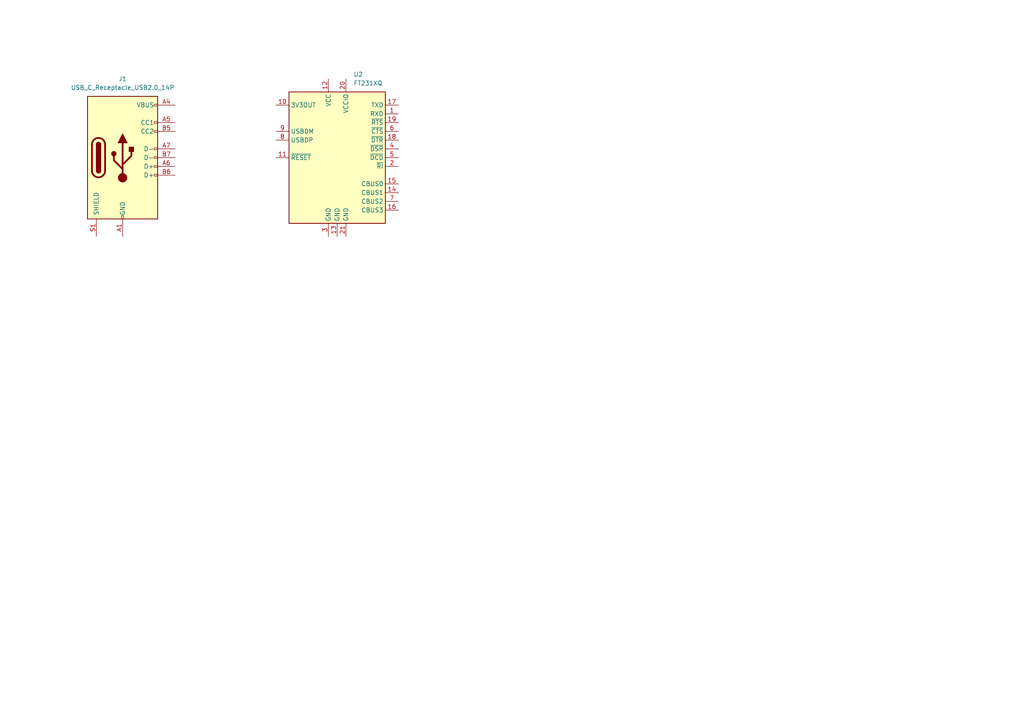
<source format=kicad_sch>
(kicad_sch (version 20231120) (generator "eeschema") (generator_version "8.0")
  (paper "A4")
  (title_block (title "IO (carte-io)") (date "2024-10-09") (rev "1.0") (company "INSA - GEI"))
  (lib_symbols
    (symbol "Connector:USB_C_Receptacle_USB2.0_14P" (pin_names (offset 1.016))
      (property "Reference" "J" (at 0 22.225 0))
      (property "Value" "USB_C_Receptacle_USB2.0_14P" (at 0 19.685 0))
      (symbol "USB_C_Receptacle_USB2.0_14P_0_0"
        (rectangle (start -0.254 -17.78) (end 0.254 -16.764))
        (rectangle (start 10.16 -4.826) (end 9.144 -5.334))
        (rectangle (start 10.16 -2.286) (end 9.144 -2.794))
        (rectangle (start 10.16 0.254) (end 9.144 -0.254))
        (rectangle (start 10.16 2.794) (end 9.144 2.286))
        (rectangle (start 10.16 7.874) (end 9.144 7.366))
        (rectangle (start 10.16 10.414) (end 9.144 9.906))
        (rectangle (start 10.16 15.494) (end 9.144 14.986))
      )
      (symbol "USB_C_Receptacle_USB2.0_14P_0_1"
        (rectangle (start -10.16 17.78) (end 10.16 -17.78) (stroke (width 0.254)) (fill (type background)))
        (arc (start -8.89 -3.81) (mid -6.985 -5.7067) (end -5.08 -3.81) (stroke (width 0.508)))
        (arc (start -7.62 -3.81) (mid -6.985 -4.4423) (end -6.35 -3.81) (stroke (width 0.254)))
        (arc (start -7.62 -3.81) (mid -6.985 -4.4423) (end -6.35 -3.81) (stroke (width 0.254)) (fill (type outline)))
        (rectangle (start -7.62 -3.81) (end -6.35 3.81) (stroke (width 0.254)) (fill (type outline)))
        (arc (start -6.35 3.81) (mid -6.985 4.4423) (end -7.62 3.81) (stroke (width 0.254)))
        (arc (start -6.35 3.81) (mid -6.985 4.4423) (end -7.62 3.81) (stroke (width 0.254)) (fill (type outline)))
        (arc (start -5.08 3.81) (mid -6.985 5.7067) (end -8.89 3.81) (stroke (width 0.508)))
        (circle (center -2.54 1.143) (radius 0.635) (stroke (width 0.254)) (fill (type outline)))
        (circle (center 0 -5.842) (radius 1.27) (fill (type outline)))
        (polyline (pts (xy -8.89 -3.81) (xy -8.89 3.81)) (stroke (width 0.508)))
        (polyline (pts (xy -5.08 3.81) (xy -5.08 -3.81)) (stroke (width 0.508)))
        (polyline (pts (xy 0 -5.842) (xy 0 4.318)) (stroke (width 0.508)))
        (polyline (pts (xy 0 -3.302) (xy -2.54 -0.762) (xy -2.54 0.508)) (stroke (width 0.508)))
        (polyline (pts (xy 0 -2.032) (xy 2.54 0.508) (xy 2.54 1.778)) (stroke (width 0.508)))
        (polyline (pts (xy -1.27 4.318) (xy 0 6.858) (xy 1.27 4.318) (xy -1.27 4.318)) (stroke (width 0.254)) (fill (type outline)))
        (rectangle (start 1.905 1.778) (end 3.175 3.048) (stroke (width 0.254)) (fill (type outline)))
      )
      (symbol "USB_C_Receptacle_USB2.0_14P_1_1"
        (pin passive line (at 0 -22.86 90) (length 5.08) (name "GND") (number "A1"))
        (pin passive line (at 0 -22.86 90) (length 5.08) hide (name "GND") (number "A12"))
        (pin passive line (at 15.24 15.24 180) (length 5.08) (name "VBUS") (number "A4"))
        (pin bidirectional line (at 15.24 10.16 180) (length 5.08) (name "CC1") (number "A5"))
        (pin bidirectional line (at 15.24 -2.54 180) (length 5.08) (name "D+") (number "A6"))
        (pin bidirectional line (at 15.24 2.54 180) (length 5.08) (name "D-") (number "A7"))
        (pin passive line (at 15.24 15.24 180) (length 5.08) hide (name "VBUS") (number "A9"))
        (pin passive line (at 0 -22.86 90) (length 5.08) hide (name "GND") (number "B1"))
        (pin passive line (at 0 -22.86 90) (length 5.08) hide (name "GND") (number "B12"))
        (pin passive line (at 15.24 15.24 180) (length 5.08) hide (name "VBUS") (number "B4"))
        (pin bidirectional line (at 15.24 7.62 180) (length 5.08) (name "CC2") (number "B5"))
        (pin bidirectional line (at 15.24 -5.08 180) (length 5.08) (name "D+") (number "B6"))
        (pin bidirectional line (at 15.24 0 180) (length 5.08) (name "D-") (number "B7"))
        (pin passive line (at 15.24 15.24 180) (length 5.08) hide (name "VBUS") (number "B9"))
        (pin passive line (at -7.62 -22.86 90) (length 5.08) (name "SHIELD") (number "S1"))
      )
    )
    (symbol "Interface_USB:FT231XQ"
      (property "Reference" "U" (at -13.97 20.32 0))
      (property "Value" "FT231XQ" (at 6.35 20.32 0))
      (symbol "FT231XQ_0_1"
        (rectangle (start -13.97 19.05) (end 13.97 -19.05) (stroke (width 0.254)) (fill (type background)))
      )
      (symbol "FT231XQ_1_1"
        (pin input line (at 17.78 12.7 180) (length 3.81) (name "RXD") (number "1"))
        (pin power_out line (at -17.78 15.24 0) (length 3.81) (name "3V3OUT") (number "10"))
        (pin input line (at -17.78 0 0) (length 3.81) (name "~{RESET}") (number "11"))
        (pin power_in line (at -2.54 22.86 270) (length 3.81) (name "VCC") (number "12"))
        (pin power_in line (at 0 -22.86 90) (length 3.81) (name "GND") (number "13"))
        (pin bidirectional line (at 17.78 -10.16 180) (length 3.81) (name "CBUS1") (number "14"))
        (pin bidirectional line (at 17.78 -7.62 180) (length 3.81) (name "CBUS0") (number "15"))
        (pin bidirectional line (at 17.78 -15.24 180) (length 3.81) (name "CBUS3") (number "16"))
        (pin output line (at 17.78 15.24 180) (length 3.81) (name "TXD") (number "17"))
        (pin output line (at 17.78 5.08 180) (length 3.81) (name "~{DTR}") (number "18"))
        (pin output line (at 17.78 10.16 180) (length 3.81) (name "~{RTS}") (number "19"))
        (pin input line (at 17.78 -2.54 180) (length 3.81) (name "~{RI}") (number "2"))
        (pin power_in line (at 2.54 22.86 270) (length 3.81) (name "VCCIO") (number "20"))
        (pin power_in line (at 2.54 -22.86 90) (length 3.81) (name "GND") (number "21"))
        (pin power_in line (at -2.54 -22.86 90) (length 3.81) (name "GND") (number "3"))
        (pin input line (at 17.78 2.54 180) (length 3.81) (name "~{DSR}") (number "4"))
        (pin input line (at 17.78 0 180) (length 3.81) (name "~{DCD}") (number "5"))
        (pin input line (at 17.78 7.62 180) (length 3.81) (name "~{CTS}") (number "6"))
        (pin bidirectional line (at 17.78 -12.7 180) (length 3.81) (name "CBUS2") (number "7"))
        (pin bidirectional line (at -17.78 5.08 0) (length 3.81) (name "USBDP") (number "8"))
        (pin bidirectional line (at -17.78 7.62 0) (length 3.81) (name "USBDM") (number "9"))
      )
    )
  )
  (symbol (lib_id "Connector:USB_C_Receptacle_USB2.0_14P") (at 35.56 45.72 0) (unit 1)
    (property "Reference" "J1" (at 35.56 22.86 0))
    (property "Value" "USB_C_Receptacle_USB2.0_14P" (at 35.56 25.4 0))
    (property "Footprint" "Connector_USB:USB_C_Receptacle_GCT_USB4105-xx-A_16P_TopMnt_Horizontal" (effects (hide yes)))
    (property "Datasheet" "https://www.usb.org/sites/default/files/documents/usb_type-c.zip" (effects (hide yes)))
    (property "Description" "USB 2.0-only 14P Type-C Receptacle connector" (effects (hide yes)))
  )
  (symbol (lib_id "Interface_USB:FT231XQ") (at 97.79 45.72 0) (unit 1)
    (property "Reference" "U2" (at 102.5241 21.59 0) (effects (justify left)))
    (property "Value" "FT231XQ" (at 102.5241 24.13 0) (effects (justify left)))
    (property "Footprint" "Package_DFN_QFN:QFN-20-1EP_4x4mm_P0.5mm_EP2.5x2.5mm" (effects (hide yes)))
    (property "Datasheet" "https://www.ftdichip.com/Support/Documents/DataSheets/ICs/DS_FT231X.pdf" (effects (hide yes)))
    (property "Description" "Full Speed USB to Full Handshake UART, QFN-20" (effects (hide yes)))
  )
)
</source>
